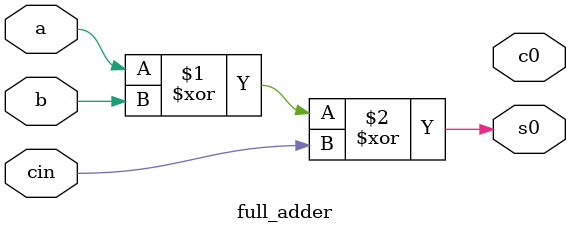
<source format=v>
`timescale 1ns / 1ps


module full_adder(
    input a,
    input b,
    input cin,
    output c0,
    output s0
    );
    
    assign s0= a^b^cin;
    assign co= (a&b)|(b&cin)|(a&cin);
endmodule

</source>
